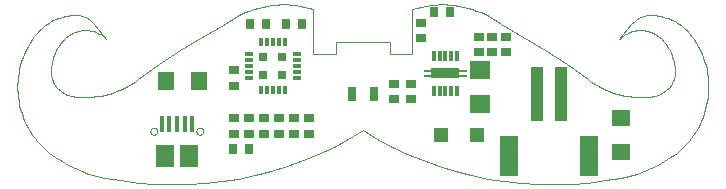
<source format=gbp>
G75*
G70*
%OFA0B0*%
%FSLAX24Y24*%
%IPPOS*%
%LPD*%
%AMOC8*
5,1,8,0,0,1.08239X$1,22.5*
%
%ADD10C,0.0010*%
%ADD11R,0.0118X0.0295*%
%ADD12R,0.0295X0.0118*%
%ADD13R,0.0315X0.0315*%
%ADD14R,0.0117X0.0335*%
%ADD15R,0.0276X0.0110*%
%ADD16R,0.0940X0.0340*%
%ADD17R,0.0512X0.0512*%
%ADD18R,0.0354X0.0276*%
%ADD19R,0.0276X0.0354*%
%ADD20R,0.0315X0.0472*%
%ADD21R,0.0394X0.1811*%
%ADD22R,0.0630X0.1339*%
%ADD23R,0.0630X0.0551*%
%ADD24R,0.0551X0.0630*%
%ADD25R,0.0709X0.0630*%
%ADD26R,0.0157X0.0531*%
%ADD27R,0.0591X0.0748*%
%ADD28C,0.0000*%
D10*
X002750Y001950D02*
X002639Y002027D01*
X002532Y002110D01*
X002428Y002197D01*
X002329Y002290D01*
X002235Y002387D01*
X002145Y002488D01*
X002060Y002594D01*
X001981Y002704D01*
X001907Y002817D01*
X001838Y002934D01*
X001775Y003054D01*
X001718Y003177D01*
X001667Y003302D01*
X001622Y003430D01*
X001583Y003559D01*
X001550Y003691D01*
X001524Y003824D01*
X001504Y003958D01*
X001491Y004092D01*
X001484Y004228D01*
X001484Y004363D01*
X001490Y004498D01*
X001502Y004633D01*
X001521Y004767D01*
X001547Y004900D01*
X001579Y005032D01*
X001617Y005162D01*
X001661Y005290D01*
X001711Y005416D01*
X001768Y005539D01*
X001830Y005659D01*
X001898Y005776D01*
X001971Y005890D01*
X002050Y006000D01*
X003400Y006700D02*
X003453Y006700D01*
X003506Y006696D01*
X003558Y006689D01*
X003610Y006678D01*
X003661Y006664D01*
X003711Y006647D01*
X003760Y006626D01*
X003808Y006603D01*
X003853Y006576D01*
X003897Y006546D01*
X003939Y006513D01*
X003978Y006478D01*
X004015Y006440D01*
X004050Y006400D01*
X004450Y005900D01*
X004406Y005942D01*
X004359Y005981D01*
X004310Y006017D01*
X004259Y006051D01*
X004206Y006081D01*
X004151Y006107D01*
X004095Y006131D01*
X004038Y006150D01*
X003979Y006167D01*
X003919Y006179D01*
X003859Y006188D01*
X003799Y006193D01*
X003738Y006195D01*
X003677Y006193D01*
X003616Y006187D01*
X003556Y006177D01*
X003497Y006164D01*
X003438Y006147D01*
X003381Y006127D01*
X003325Y006103D01*
X003270Y006076D01*
X003218Y006045D01*
X003167Y006011D01*
X003118Y005975D01*
X003072Y005935D01*
X003029Y005893D01*
X002988Y005848D01*
X002949Y005800D01*
X002050Y006000D02*
X002101Y006065D01*
X002155Y006127D01*
X002213Y006187D01*
X002273Y006244D01*
X002335Y006298D01*
X002400Y006350D01*
X002468Y006398D01*
X002537Y006443D01*
X002609Y006484D01*
X002682Y006522D01*
X002757Y006557D01*
X002834Y006588D01*
X002912Y006615D01*
X002992Y006639D01*
X003072Y006659D01*
X003153Y006675D01*
X003235Y006687D01*
X003317Y006696D01*
X003400Y006700D01*
X003300Y004000D02*
X003436Y003982D01*
X003572Y003970D01*
X003709Y003965D01*
X003846Y003967D01*
X003983Y003974D01*
X004119Y003989D01*
X004254Y004009D01*
X004389Y004036D01*
X004522Y004069D01*
X004653Y004109D01*
X004782Y004154D01*
X004909Y004206D01*
X005033Y004264D01*
X005155Y004327D01*
X005273Y004396D01*
X005389Y004470D01*
X005500Y004550D01*
X002950Y005800D02*
X002902Y005734D01*
X002858Y005665D01*
X002816Y005595D01*
X002778Y005523D01*
X002744Y005449D01*
X002712Y005374D01*
X002684Y005298D01*
X002660Y005220D01*
X002640Y005141D01*
X002623Y005061D01*
X002609Y004981D01*
X002600Y004900D01*
X002601Y004900D02*
X002597Y004843D01*
X002598Y004786D01*
X002602Y004729D01*
X002610Y004673D01*
X002623Y004617D01*
X002639Y004562D01*
X002658Y004509D01*
X002682Y004457D01*
X002708Y004406D01*
X002739Y004358D01*
X002772Y004312D01*
X002809Y004268D01*
X002848Y004227D01*
X002890Y004188D01*
X002935Y004153D01*
X002982Y004121D01*
X003031Y004092D01*
X003082Y004066D01*
X003135Y004044D01*
X003189Y004026D01*
X003244Y004012D01*
X003300Y004001D01*
X002750Y001950D02*
X002959Y001820D01*
X003174Y001699D01*
X003395Y001589D01*
X003620Y001489D01*
X003850Y001400D01*
X017600Y006400D02*
X018351Y005979D01*
X019085Y005531D01*
X019802Y005054D01*
X020500Y004550D01*
X023050Y005800D02*
X023098Y005734D01*
X023142Y005665D01*
X023184Y005595D01*
X023222Y005523D01*
X023256Y005449D01*
X023288Y005374D01*
X023316Y005298D01*
X023340Y005220D01*
X023360Y005141D01*
X023377Y005061D01*
X023391Y004981D01*
X023400Y004900D01*
X023399Y004900D02*
X023403Y004843D01*
X023402Y004786D01*
X023398Y004729D01*
X023390Y004673D01*
X023377Y004617D01*
X023361Y004562D01*
X023342Y004509D01*
X023318Y004457D01*
X023292Y004406D01*
X023261Y004358D01*
X023228Y004312D01*
X023191Y004268D01*
X023152Y004227D01*
X023110Y004188D01*
X023065Y004153D01*
X023018Y004121D01*
X022969Y004092D01*
X022918Y004066D01*
X022865Y004044D01*
X022811Y004026D01*
X022756Y004012D01*
X022700Y004001D01*
X023950Y006000D02*
X023899Y006065D01*
X023845Y006127D01*
X023787Y006187D01*
X023727Y006244D01*
X023665Y006298D01*
X023600Y006350D01*
X023532Y006398D01*
X023463Y006443D01*
X023391Y006484D01*
X023318Y006522D01*
X023243Y006557D01*
X023166Y006588D01*
X023088Y006615D01*
X023008Y006639D01*
X022928Y006659D01*
X022847Y006675D01*
X022765Y006687D01*
X022683Y006696D01*
X022600Y006700D01*
X022700Y004000D02*
X022564Y003982D01*
X022428Y003970D01*
X022291Y003965D01*
X022154Y003967D01*
X022017Y003974D01*
X021881Y003989D01*
X021746Y004009D01*
X021611Y004036D01*
X021478Y004069D01*
X021347Y004109D01*
X021218Y004154D01*
X021091Y004206D01*
X020967Y004264D01*
X020845Y004327D01*
X020727Y004396D01*
X020611Y004470D01*
X020500Y004550D01*
X023950Y006000D02*
X024029Y005890D01*
X024102Y005776D01*
X024170Y005659D01*
X024232Y005539D01*
X024289Y005416D01*
X024339Y005290D01*
X024383Y005162D01*
X024421Y005032D01*
X024453Y004900D01*
X024479Y004767D01*
X024498Y004633D01*
X024510Y004498D01*
X024516Y004363D01*
X024516Y004228D01*
X024509Y004092D01*
X024496Y003958D01*
X024476Y003824D01*
X024450Y003691D01*
X024417Y003559D01*
X024378Y003430D01*
X024333Y003302D01*
X024282Y003177D01*
X024225Y003054D01*
X024162Y002934D01*
X024093Y002817D01*
X024019Y002704D01*
X023940Y002594D01*
X023855Y002488D01*
X023765Y002387D01*
X023671Y002290D01*
X023572Y002197D01*
X023468Y002110D01*
X023361Y002027D01*
X023250Y001950D01*
X023051Y005800D02*
X023012Y005848D01*
X022971Y005893D01*
X022928Y005935D01*
X022882Y005975D01*
X022833Y006011D01*
X022782Y006045D01*
X022730Y006076D01*
X022675Y006103D01*
X022619Y006127D01*
X022562Y006147D01*
X022503Y006164D01*
X022444Y006177D01*
X022384Y006187D01*
X022323Y006193D01*
X022262Y006195D01*
X022201Y006193D01*
X022141Y006188D01*
X022081Y006179D01*
X022021Y006167D01*
X021962Y006150D01*
X021905Y006131D01*
X021849Y006107D01*
X021794Y006081D01*
X021741Y006051D01*
X021690Y006017D01*
X021641Y005981D01*
X021594Y005942D01*
X021550Y005900D01*
X021950Y006400D01*
X021985Y006440D01*
X022022Y006478D01*
X022061Y006513D01*
X022103Y006546D01*
X022147Y006576D01*
X022192Y006603D01*
X022240Y006626D01*
X022289Y006647D01*
X022339Y006664D01*
X022390Y006678D01*
X022442Y006689D01*
X022494Y006696D01*
X022547Y006700D01*
X022600Y006700D01*
X023250Y001950D02*
X023041Y001820D01*
X022826Y001699D01*
X022605Y001589D01*
X022380Y001489D01*
X022150Y001400D01*
X008400Y006400D02*
X007649Y005979D01*
X006915Y005531D01*
X006198Y005054D01*
X005500Y004550D01*
X008400Y006400D02*
X008526Y006491D01*
X008657Y006575D01*
X008791Y006653D01*
X008929Y006725D01*
X009070Y006790D01*
X009215Y006848D01*
X009361Y006899D01*
X009511Y006943D01*
X009661Y006980D01*
X009814Y007009D01*
X009968Y007032D01*
X010123Y007046D01*
X010278Y007054D01*
X010433Y007054D01*
X010588Y007047D01*
X010743Y007032D01*
X010897Y007010D01*
X011050Y006981D01*
X011201Y006944D01*
X011350Y006900D01*
X011350Y005400D01*
X012100Y005400D01*
X012100Y005800D01*
X013900Y005800D01*
X013900Y005400D01*
X014650Y005400D01*
X014650Y006900D01*
X014799Y006944D01*
X014950Y006981D01*
X015103Y007010D01*
X015257Y007032D01*
X015412Y007047D01*
X015567Y007054D01*
X015722Y007054D01*
X015877Y007046D01*
X016032Y007032D01*
X016186Y007009D01*
X016339Y006980D01*
X016489Y006943D01*
X016639Y006899D01*
X016785Y006848D01*
X016930Y006790D01*
X017071Y006725D01*
X017209Y006653D01*
X017343Y006575D01*
X017474Y006491D01*
X017600Y006400D01*
X013001Y002850D02*
X013483Y002566D01*
X013978Y002305D01*
X014485Y002068D01*
X015002Y001855D01*
X015529Y001666D01*
X016064Y001502D01*
X016606Y001363D01*
X017153Y001249D01*
X017706Y001162D01*
X018262Y001100D01*
X018821Y001065D01*
X019380Y001055D01*
X019939Y001072D01*
X020497Y001115D01*
X021053Y001184D01*
X021604Y001279D01*
X022150Y001400D01*
X012999Y002850D02*
X012517Y002566D01*
X012022Y002305D01*
X011515Y002068D01*
X010998Y001855D01*
X010471Y001666D01*
X009936Y001502D01*
X009394Y001363D01*
X008847Y001249D01*
X008294Y001162D01*
X007738Y001100D01*
X007179Y001065D01*
X006620Y001055D01*
X006061Y001072D01*
X005503Y001115D01*
X004947Y001184D01*
X004396Y001279D01*
X003850Y001400D01*
D11*
X009606Y004213D03*
X009803Y004213D03*
X010000Y004213D03*
X010197Y004213D03*
X010394Y004213D03*
X010394Y005787D03*
X010197Y005787D03*
X010000Y005787D03*
X009803Y005787D03*
X009606Y005787D03*
D12*
X009213Y005394D03*
X009213Y005197D03*
X009213Y005000D03*
X009213Y004803D03*
X009213Y004606D03*
X010787Y004606D03*
X010787Y004803D03*
X010787Y005000D03*
X010787Y005197D03*
X010787Y005394D03*
D13*
X010315Y005315D03*
X010315Y004685D03*
X009685Y004685D03*
X009685Y005315D03*
D14*
X015356Y005331D03*
X015553Y005331D03*
X015750Y005331D03*
X015947Y005331D03*
X016144Y005331D03*
X016144Y004169D03*
X015947Y004169D03*
X015750Y004169D03*
X015553Y004169D03*
X015356Y004169D03*
D15*
X015159Y004652D03*
X015159Y004848D03*
X016341Y004848D03*
X016341Y004652D03*
D16*
X015750Y004750D03*
D17*
X015609Y002700D03*
X016791Y002700D03*
D18*
X014600Y003894D03*
X014050Y003894D03*
X014050Y004406D03*
X014600Y004406D03*
X014920Y005924D03*
X014920Y006436D03*
X016870Y005976D03*
X017310Y005976D03*
X017760Y005976D03*
X017760Y005464D03*
X017310Y005464D03*
X016870Y005464D03*
X011200Y003256D03*
X010700Y003256D03*
X010200Y003256D03*
X009700Y003256D03*
X009200Y003256D03*
X008700Y003256D03*
X008700Y002744D03*
X009200Y002744D03*
X009700Y002744D03*
X010200Y002744D03*
X010700Y002744D03*
X011200Y002744D03*
X008700Y004344D03*
X008700Y004856D03*
D19*
X009244Y006400D03*
X009756Y006400D03*
X010444Y006400D03*
X010956Y006400D03*
X015384Y006810D03*
X015896Y006810D03*
X009196Y002220D03*
X008684Y002220D03*
D20*
X012646Y004050D03*
X013354Y004050D03*
D21*
X018806Y004057D03*
X019594Y004057D03*
D22*
X020539Y002009D03*
X017861Y002009D03*
D23*
X021600Y002149D03*
X021600Y003251D03*
D24*
X007551Y004500D03*
X006449Y004500D03*
D25*
X016900Y004851D03*
X016900Y003749D03*
D26*
X007312Y003053D03*
X007056Y003053D03*
X006800Y003053D03*
X006544Y003053D03*
X006288Y003053D03*
D27*
X006406Y002000D03*
X007194Y002004D03*
D28*
X007450Y002827D02*
X007452Y002848D01*
X007458Y002868D01*
X007467Y002888D01*
X007479Y002905D01*
X007494Y002919D01*
X007512Y002931D01*
X007532Y002939D01*
X007552Y002944D01*
X007573Y002945D01*
X007594Y002942D01*
X007614Y002936D01*
X007633Y002925D01*
X007650Y002912D01*
X007663Y002896D01*
X007674Y002878D01*
X007682Y002858D01*
X007686Y002838D01*
X007686Y002816D01*
X007682Y002796D01*
X007674Y002776D01*
X007663Y002758D01*
X007650Y002742D01*
X007633Y002729D01*
X007614Y002718D01*
X007594Y002712D01*
X007573Y002709D01*
X007552Y002710D01*
X007532Y002715D01*
X007512Y002723D01*
X007494Y002735D01*
X007479Y002749D01*
X007467Y002766D01*
X007458Y002786D01*
X007452Y002806D01*
X007450Y002827D01*
X005914Y002827D02*
X005916Y002848D01*
X005922Y002868D01*
X005931Y002888D01*
X005943Y002905D01*
X005958Y002919D01*
X005976Y002931D01*
X005996Y002939D01*
X006016Y002944D01*
X006037Y002945D01*
X006058Y002942D01*
X006078Y002936D01*
X006097Y002925D01*
X006114Y002912D01*
X006127Y002896D01*
X006138Y002878D01*
X006146Y002858D01*
X006150Y002838D01*
X006150Y002816D01*
X006146Y002796D01*
X006138Y002776D01*
X006127Y002758D01*
X006114Y002742D01*
X006097Y002729D01*
X006078Y002718D01*
X006058Y002712D01*
X006037Y002709D01*
X006016Y002710D01*
X005996Y002715D01*
X005976Y002723D01*
X005958Y002735D01*
X005943Y002749D01*
X005931Y002766D01*
X005922Y002786D01*
X005916Y002806D01*
X005914Y002827D01*
M02*

</source>
